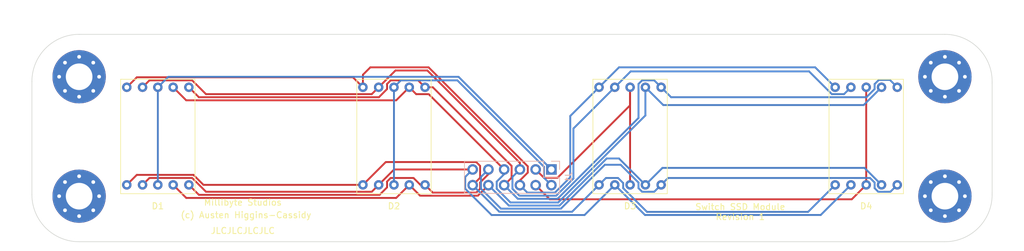
<source format=kicad_pcb>
(kicad_pcb (version 20171130) (host pcbnew "(5.1.8)-1")

  (general
    (thickness 1.6)
    (drawings 26)
    (tracks 179)
    (zones 0)
    (modules 9)
    (nets 13)
  )

  (page A4)
  (layers
    (0 F.Cu power)
    (31 B.Cu signal)
    (32 B.Adhes user)
    (33 F.Adhes user)
    (34 B.Paste user)
    (35 F.Paste user)
    (36 B.SilkS user)
    (37 F.SilkS user)
    (38 B.Mask user)
    (39 F.Mask user)
    (40 Dwgs.User user)
    (41 Cmts.User user)
    (42 Eco1.User user)
    (43 Eco2.User user)
    (44 Edge.Cuts user)
    (45 Margin user)
    (46 B.CrtYd user)
    (47 F.CrtYd user)
    (48 B.Fab user)
    (49 F.Fab user)
  )

  (setup
    (last_trace_width 0.25)
    (user_trace_width 0.3)
    (user_trace_width 1)
    (trace_clearance 0.2)
    (zone_clearance 0.508)
    (zone_45_only no)
    (trace_min 0.2)
    (via_size 0.8)
    (via_drill 0.4)
    (via_min_size 0.45)
    (via_min_drill 0.2)
    (user_via 0.5 0.3)
    (user_via 1 0.6)
    (uvia_size 0.3)
    (uvia_drill 0.1)
    (uvias_allowed no)
    (uvia_min_size 0.2)
    (uvia_min_drill 0.1)
    (edge_width 0.1)
    (segment_width 0.2)
    (pcb_text_width 0.3)
    (pcb_text_size 1.5 1.5)
    (mod_edge_width 0.15)
    (mod_text_size 1 1)
    (mod_text_width 0.15)
    (pad_size 1.524 1.524)
    (pad_drill 0.762)
    (pad_to_mask_clearance 0)
    (aux_axis_origin 0 0)
    (visible_elements 7FFFFFFF)
    (pcbplotparams
      (layerselection 0x010fc_ffffffff)
      (usegerberextensions false)
      (usegerberattributes true)
      (usegerberadvancedattributes true)
      (creategerberjobfile true)
      (excludeedgelayer true)
      (linewidth 0.100000)
      (plotframeref false)
      (viasonmask false)
      (mode 1)
      (useauxorigin false)
      (hpglpennumber 1)
      (hpglpenspeed 20)
      (hpglpendiameter 15.000000)
      (psnegative false)
      (psa4output false)
      (plotreference true)
      (plotvalue true)
      (plotinvisibletext false)
      (padsonsilk false)
      (subtractmaskfromsilk false)
      (outputformat 1)
      (mirror false)
      (drillshape 0)
      (scaleselection 1)
      (outputdirectory ""))
  )

  (net 0 "")
  (net 1 /SEG_G)
  (net 2 /SEG_F)
  (net 3 /DIG_0)
  (net 4 /SEG_A)
  (net 5 /SEG_B)
  (net 6 /SEG_DP)
  (net 7 /SEG_C)
  (net 8 /SEG_D)
  (net 9 /SEG_E)
  (net 10 /DIG_1)
  (net 11 /DIG_2)
  (net 12 /DIG_3)

  (net_class Default "This is the default net class."
    (clearance 0.2)
    (trace_width 0.25)
    (via_dia 0.8)
    (via_drill 0.4)
    (uvia_dia 0.3)
    (uvia_drill 0.1)
    (add_net /DIG_0)
    (add_net /DIG_1)
    (add_net /DIG_2)
    (add_net /DIG_3)
    (add_net /SEG_A)
    (add_net /SEG_B)
    (add_net /SEG_C)
    (add_net /SEG_D)
    (add_net /SEG_DP)
    (add_net /SEG_E)
    (add_net /SEG_F)
    (add_net /SEG_G)
  )

  (net_class Power ""
    (clearance 0.3)
    (trace_width 1)
    (via_dia 1)
    (via_drill 0.6)
    (uvia_dia 0.3)
    (uvia_drill 0.1)
  )

  (net_class Signal ""
    (clearance 0.2)
    (trace_width 0.3)
    (via_dia 0.5)
    (via_drill 0.3)
    (uvia_dia 0.3)
    (uvia_drill 0.1)
  )

  (module Disarmed:MountingHole_4.3mm_M4_Pad_Via (layer F.Cu) (tedit 5FFEF6A9) (tstamp 60079722)
    (at 162.56 46.228)
    (descr "Mounting Hole 4.3mm, M4")
    (tags "mounting hole 4.3mm m4")
    (attr virtual)
    (fp_text reference REF** (at 0 -5.3) (layer F.SilkS) hide
      (effects (font (size 1 1) (thickness 0.15)))
    )
    (fp_text value MountingHole_4.3mm_M4_Pad_Via (at 0 5.3) (layer F.Fab)
      (effects (font (size 1 1) (thickness 0.15)))
    )
    (fp_circle (center 0 0) (end 4.55 0) (layer F.CrtYd) (width 0.05))
    (fp_circle (center 0 0) (end 4.3 0) (layer Cmts.User) (width 0.15))
    (fp_text user %R (at 0.3 0) (layer F.Fab)
      (effects (font (size 1 1) (thickness 0.15)))
    )
    (pad "" np_thru_hole circle (at 0 0) (size 8.6 8.6) (drill 4.3) (layers *.Cu *.Mask))
    (pad "" np_thru_hole circle (at 3.225 0) (size 0.9 0.9) (drill 0.6) (layers *.Cu *.Mask))
    (pad "" np_thru_hole circle (at 2.280419 2.280419) (size 0.9 0.9) (drill 0.6) (layers *.Cu *.Mask))
    (pad "" np_thru_hole circle (at 0 3.225) (size 0.9 0.9) (drill 0.6) (layers *.Cu *.Mask))
    (pad "" np_thru_hole circle (at -2.280419 2.280419) (size 0.9 0.9) (drill 0.6) (layers *.Cu *.Mask))
    (pad "" np_thru_hole circle (at -3.225 0) (size 0.9 0.9) (drill 0.6) (layers *.Cu *.Mask))
    (pad "" np_thru_hole circle (at -2.280419 -2.280419) (size 0.9 0.9) (drill 0.6) (layers *.Cu *.Mask))
    (pad "" np_thru_hole circle (at 0 -3.225) (size 0.9 0.9) (drill 0.6) (layers *.Cu *.Mask))
    (pad "" np_thru_hole circle (at 2.280419 -2.280419) (size 0.9 0.9) (drill 0.6) (layers *.Cu *.Mask))
  )

  (module Disarmed:MountingHole_4.3mm_M4_Pad_Via (layer F.Cu) (tedit 5FFEF6A9) (tstamp 600796D6)
    (at 162.56 26.924)
    (descr "Mounting Hole 4.3mm, M4")
    (tags "mounting hole 4.3mm m4")
    (attr virtual)
    (fp_text reference REF** (at 0 -5.3) (layer F.SilkS) hide
      (effects (font (size 1 1) (thickness 0.15)))
    )
    (fp_text value MountingHole_4.3mm_M4_Pad_Via (at 0 5.3) (layer F.Fab)
      (effects (font (size 1 1) (thickness 0.15)))
    )
    (fp_circle (center 0 0) (end 4.55 0) (layer F.CrtYd) (width 0.05))
    (fp_circle (center 0 0) (end 4.3 0) (layer Cmts.User) (width 0.15))
    (fp_text user %R (at 0.3 0) (layer F.Fab)
      (effects (font (size 1 1) (thickness 0.15)))
    )
    (pad "" np_thru_hole circle (at 0 0) (size 8.6 8.6) (drill 4.3) (layers *.Cu *.Mask))
    (pad "" np_thru_hole circle (at 3.225 0) (size 0.9 0.9) (drill 0.6) (layers *.Cu *.Mask))
    (pad "" np_thru_hole circle (at 2.280419 2.280419) (size 0.9 0.9) (drill 0.6) (layers *.Cu *.Mask))
    (pad "" np_thru_hole circle (at 0 3.225) (size 0.9 0.9) (drill 0.6) (layers *.Cu *.Mask))
    (pad "" np_thru_hole circle (at -2.280419 2.280419) (size 0.9 0.9) (drill 0.6) (layers *.Cu *.Mask))
    (pad "" np_thru_hole circle (at -3.225 0) (size 0.9 0.9) (drill 0.6) (layers *.Cu *.Mask))
    (pad "" np_thru_hole circle (at -2.280419 -2.280419) (size 0.9 0.9) (drill 0.6) (layers *.Cu *.Mask))
    (pad "" np_thru_hole circle (at 0 -3.225) (size 0.9 0.9) (drill 0.6) (layers *.Cu *.Mask))
    (pad "" np_thru_hole circle (at 2.280419 -2.280419) (size 0.9 0.9) (drill 0.6) (layers *.Cu *.Mask))
  )

  (module Disarmed:MountingHole_4.3mm_M4_Pad_Via (layer F.Cu) (tedit 5FFEF6A9) (tstamp 6007968A)
    (at 22.86 46.228)
    (descr "Mounting Hole 4.3mm, M4")
    (tags "mounting hole 4.3mm m4")
    (attr virtual)
    (fp_text reference REF** (at 0 -5.3) (layer F.SilkS) hide
      (effects (font (size 1 1) (thickness 0.15)))
    )
    (fp_text value MountingHole_4.3mm_M4_Pad_Via (at 0 5.3) (layer F.Fab)
      (effects (font (size 1 1) (thickness 0.15)))
    )
    (fp_circle (center 0 0) (end 4.55 0) (layer F.CrtYd) (width 0.05))
    (fp_circle (center 0 0) (end 4.3 0) (layer Cmts.User) (width 0.15))
    (fp_text user %R (at 0.3 0) (layer F.Fab)
      (effects (font (size 1 1) (thickness 0.15)))
    )
    (pad "" np_thru_hole circle (at 0 0) (size 8.6 8.6) (drill 4.3) (layers *.Cu *.Mask))
    (pad "" np_thru_hole circle (at 3.225 0) (size 0.9 0.9) (drill 0.6) (layers *.Cu *.Mask))
    (pad "" np_thru_hole circle (at 2.280419 2.280419) (size 0.9 0.9) (drill 0.6) (layers *.Cu *.Mask))
    (pad "" np_thru_hole circle (at 0 3.225) (size 0.9 0.9) (drill 0.6) (layers *.Cu *.Mask))
    (pad "" np_thru_hole circle (at -2.280419 2.280419) (size 0.9 0.9) (drill 0.6) (layers *.Cu *.Mask))
    (pad "" np_thru_hole circle (at -3.225 0) (size 0.9 0.9) (drill 0.6) (layers *.Cu *.Mask))
    (pad "" np_thru_hole circle (at -2.280419 -2.280419) (size 0.9 0.9) (drill 0.6) (layers *.Cu *.Mask))
    (pad "" np_thru_hole circle (at 0 -3.225) (size 0.9 0.9) (drill 0.6) (layers *.Cu *.Mask))
    (pad "" np_thru_hole circle (at 2.280419 -2.280419) (size 0.9 0.9) (drill 0.6) (layers *.Cu *.Mask))
  )

  (module Disarmed:MountingHole_4.3mm_M4_Pad_Via (layer F.Cu) (tedit 5FFEF6A9) (tstamp 6007963E)
    (at 22.86 26.924)
    (descr "Mounting Hole 4.3mm, M4")
    (tags "mounting hole 4.3mm m4")
    (attr virtual)
    (fp_text reference REF** (at 0 -5.3) (layer F.SilkS) hide
      (effects (font (size 1 1) (thickness 0.15)))
    )
    (fp_text value MountingHole_4.3mm_M4_Pad_Via (at 0 5.3) (layer F.Fab)
      (effects (font (size 1 1) (thickness 0.15)))
    )
    (fp_circle (center 0 0) (end 4.55 0) (layer F.CrtYd) (width 0.05))
    (fp_circle (center 0 0) (end 4.3 0) (layer Cmts.User) (width 0.15))
    (fp_text user %R (at 0.3 0) (layer F.Fab)
      (effects (font (size 1 1) (thickness 0.15)))
    )
    (pad "" np_thru_hole circle (at 0 0) (size 8.6 8.6) (drill 4.3) (layers *.Cu *.Mask))
    (pad "" np_thru_hole circle (at 3.225 0) (size 0.9 0.9) (drill 0.6) (layers *.Cu *.Mask))
    (pad "" np_thru_hole circle (at 2.280419 2.280419) (size 0.9 0.9) (drill 0.6) (layers *.Cu *.Mask))
    (pad "" np_thru_hole circle (at 0 3.225) (size 0.9 0.9) (drill 0.6) (layers *.Cu *.Mask))
    (pad "" np_thru_hole circle (at -2.280419 2.280419) (size 0.9 0.9) (drill 0.6) (layers *.Cu *.Mask))
    (pad "" np_thru_hole circle (at -3.225 0) (size 0.9 0.9) (drill 0.6) (layers *.Cu *.Mask))
    (pad "" np_thru_hole circle (at -2.280419 -2.280419) (size 0.9 0.9) (drill 0.6) (layers *.Cu *.Mask))
    (pad "" np_thru_hole circle (at 0 -3.225) (size 0.9 0.9) (drill 0.6) (layers *.Cu *.Mask))
    (pad "" np_thru_hole circle (at 2.280419 -2.280419) (size 0.9 0.9) (drill 0.6) (layers *.Cu *.Mask))
  )

  (module Disarmed:HDSP-5500 (layer F.Cu) (tedit 600639F5) (tstamp 60073334)
    (at 35.56 36.83)
    (path /60748DDB)
    (fp_text reference D1 (at 0 11) (layer F.SilkS)
      (effects (font (size 1 1) (thickness 0.15)))
    )
    (fp_text value HDSP-5500 (at 0 -1) (layer F.Fab)
      (effects (font (size 1 1) (thickness 0.15)))
    )
    (fp_line (start -6 9) (end -6 -9.5) (layer F.SilkS) (width 0.12))
    (fp_line (start 6 9) (end -6 9) (layer F.SilkS) (width 0.12))
    (fp_line (start 6 -9.5) (end 6 9) (layer F.SilkS) (width 0.12))
    (fp_line (start -6 -9.5) (end 6 -9.5) (layer F.SilkS) (width 0.12))
    (fp_line (start 6.5 9.5) (end 6.5 9) (layer F.CrtYd) (width 0.12))
    (fp_line (start -6.5 9.5) (end 6.5 9.5) (layer F.CrtYd) (width 0.12))
    (fp_line (start -6.5 9) (end -6.5 9.5) (layer F.CrtYd) (width 0.12))
    (fp_line (start 6.5 -9) (end 6.5 -10) (layer F.CrtYd) (width 0.12))
    (fp_line (start -6.5 -9) (end -6.5 -10) (layer F.CrtYd) (width 0.12))
    (fp_line (start 6.5 -10) (end -6.5 -10) (layer F.CrtYd) (width 0.12))
    (fp_line (start 6.5 9) (end 6.5 -9) (layer F.CrtYd) (width 0.12))
    (fp_line (start -6.5 -9) (end -6.5 9) (layer F.CrtYd) (width 0.12))
    (pad 10 thru_hole circle (at -5.01 -8.21) (size 1.524 1.524) (drill 0.762) (layers *.Cu *.Mask)
      (net 1 /SEG_G))
    (pad 9 thru_hole circle (at -2.47 -8.21) (size 1.524 1.524) (drill 0.762) (layers *.Cu *.Mask)
      (net 2 /SEG_F))
    (pad 8 thru_hole circle (at 0 -8.21) (size 1.524 1.524) (drill 0.762) (layers *.Cu *.Mask)
      (net 3 /DIG_0))
    (pad 7 thru_hole circle (at 2.47 -8.21) (size 1.524 1.524) (drill 0.762) (layers *.Cu *.Mask)
      (net 4 /SEG_A))
    (pad 6 thru_hole circle (at 5.01 -8.21) (size 1.524 1.524) (drill 0.762) (layers *.Cu *.Mask)
      (net 5 /SEG_B))
    (pad 5 thru_hole circle (at 5.01 7.57) (size 1.524 1.524) (drill 0.762) (layers *.Cu *.Mask)
      (net 6 /SEG_DP))
    (pad 4 thru_hole circle (at 2.47 7.57) (size 1.524 1.524) (drill 0.762) (layers *.Cu *.Mask)
      (net 7 /SEG_C))
    (pad 3 thru_hole circle (at 0 7.57) (size 1.524 1.524) (drill 0.762) (layers *.Cu *.Mask)
      (net 3 /DIG_0))
    (pad 2 thru_hole circle (at -2.47 7.57) (size 1.524 1.524) (drill 0.762) (layers *.Cu *.Mask)
      (net 8 /SEG_D))
    (pad 1 thru_hole circle (at -5.01 7.57) (size 1.524 1.524) (drill 0.762) (layers *.Cu *.Mask)
      (net 9 /SEG_E))
  )

  (module Disarmed:HDSP-5500 (layer F.Cu) (tedit 600639F5) (tstamp 6007334E)
    (at 73.66 36.83)
    (path /60748DD5)
    (fp_text reference D2 (at 0 11) (layer F.SilkS)
      (effects (font (size 1 1) (thickness 0.15)))
    )
    (fp_text value HDSP-5500 (at 0 -1) (layer F.Fab)
      (effects (font (size 1 1) (thickness 0.15)))
    )
    (fp_line (start -6.5 -9) (end -6.5 9) (layer F.CrtYd) (width 0.12))
    (fp_line (start 6.5 9) (end 6.5 -9) (layer F.CrtYd) (width 0.12))
    (fp_line (start 6.5 -10) (end -6.5 -10) (layer F.CrtYd) (width 0.12))
    (fp_line (start -6.5 -9) (end -6.5 -10) (layer F.CrtYd) (width 0.12))
    (fp_line (start 6.5 -9) (end 6.5 -10) (layer F.CrtYd) (width 0.12))
    (fp_line (start -6.5 9) (end -6.5 9.5) (layer F.CrtYd) (width 0.12))
    (fp_line (start -6.5 9.5) (end 6.5 9.5) (layer F.CrtYd) (width 0.12))
    (fp_line (start 6.5 9.5) (end 6.5 9) (layer F.CrtYd) (width 0.12))
    (fp_line (start -6 -9.5) (end 6 -9.5) (layer F.SilkS) (width 0.12))
    (fp_line (start 6 -9.5) (end 6 9) (layer F.SilkS) (width 0.12))
    (fp_line (start 6 9) (end -6 9) (layer F.SilkS) (width 0.12))
    (fp_line (start -6 9) (end -6 -9.5) (layer F.SilkS) (width 0.12))
    (pad 1 thru_hole circle (at -5.01 7.57) (size 1.524 1.524) (drill 0.762) (layers *.Cu *.Mask)
      (net 9 /SEG_E))
    (pad 2 thru_hole circle (at -2.47 7.57) (size 1.524 1.524) (drill 0.762) (layers *.Cu *.Mask)
      (net 8 /SEG_D))
    (pad 3 thru_hole circle (at 0 7.57) (size 1.524 1.524) (drill 0.762) (layers *.Cu *.Mask)
      (net 10 /DIG_1))
    (pad 4 thru_hole circle (at 2.47 7.57) (size 1.524 1.524) (drill 0.762) (layers *.Cu *.Mask)
      (net 7 /SEG_C))
    (pad 5 thru_hole circle (at 5.01 7.57) (size 1.524 1.524) (drill 0.762) (layers *.Cu *.Mask)
      (net 6 /SEG_DP))
    (pad 6 thru_hole circle (at 5.01 -8.21) (size 1.524 1.524) (drill 0.762) (layers *.Cu *.Mask)
      (net 5 /SEG_B))
    (pad 7 thru_hole circle (at 2.47 -8.21) (size 1.524 1.524) (drill 0.762) (layers *.Cu *.Mask)
      (net 4 /SEG_A))
    (pad 8 thru_hole circle (at 0 -8.21) (size 1.524 1.524) (drill 0.762) (layers *.Cu *.Mask)
      (net 10 /DIG_1))
    (pad 9 thru_hole circle (at -2.47 -8.21) (size 1.524 1.524) (drill 0.762) (layers *.Cu *.Mask)
      (net 2 /SEG_F))
    (pad 10 thru_hole circle (at -5.01 -8.21) (size 1.524 1.524) (drill 0.762) (layers *.Cu *.Mask)
      (net 1 /SEG_G))
  )

  (module Disarmed:HDSP-5500 (layer F.Cu) (tedit 600639F5) (tstamp 60073368)
    (at 111.76 36.83)
    (path /60748DE1)
    (fp_text reference D3 (at 0 11) (layer F.SilkS)
      (effects (font (size 1 1) (thickness 0.15)))
    )
    (fp_text value HDSP-5500 (at 0 -1) (layer F.Fab)
      (effects (font (size 1 1) (thickness 0.15)))
    )
    (fp_line (start -6.5 -9) (end -6.5 9) (layer F.CrtYd) (width 0.12))
    (fp_line (start 6.5 9) (end 6.5 -9) (layer F.CrtYd) (width 0.12))
    (fp_line (start 6.5 -10) (end -6.5 -10) (layer F.CrtYd) (width 0.12))
    (fp_line (start -6.5 -9) (end -6.5 -10) (layer F.CrtYd) (width 0.12))
    (fp_line (start 6.5 -9) (end 6.5 -10) (layer F.CrtYd) (width 0.12))
    (fp_line (start -6.5 9) (end -6.5 9.5) (layer F.CrtYd) (width 0.12))
    (fp_line (start -6.5 9.5) (end 6.5 9.5) (layer F.CrtYd) (width 0.12))
    (fp_line (start 6.5 9.5) (end 6.5 9) (layer F.CrtYd) (width 0.12))
    (fp_line (start -6 -9.5) (end 6 -9.5) (layer F.SilkS) (width 0.12))
    (fp_line (start 6 -9.5) (end 6 9) (layer F.SilkS) (width 0.12))
    (fp_line (start 6 9) (end -6 9) (layer F.SilkS) (width 0.12))
    (fp_line (start -6 9) (end -6 -9.5) (layer F.SilkS) (width 0.12))
    (pad 1 thru_hole circle (at -5.01 7.57) (size 1.524 1.524) (drill 0.762) (layers *.Cu *.Mask)
      (net 9 /SEG_E))
    (pad 2 thru_hole circle (at -2.47 7.57) (size 1.524 1.524) (drill 0.762) (layers *.Cu *.Mask)
      (net 8 /SEG_D))
    (pad 3 thru_hole circle (at 0 7.57) (size 1.524 1.524) (drill 0.762) (layers *.Cu *.Mask)
      (net 11 /DIG_2))
    (pad 4 thru_hole circle (at 2.47 7.57) (size 1.524 1.524) (drill 0.762) (layers *.Cu *.Mask)
      (net 7 /SEG_C))
    (pad 5 thru_hole circle (at 5.01 7.57) (size 1.524 1.524) (drill 0.762) (layers *.Cu *.Mask)
      (net 6 /SEG_DP))
    (pad 6 thru_hole circle (at 5.01 -8.21) (size 1.524 1.524) (drill 0.762) (layers *.Cu *.Mask)
      (net 5 /SEG_B))
    (pad 7 thru_hole circle (at 2.47 -8.21) (size 1.524 1.524) (drill 0.762) (layers *.Cu *.Mask)
      (net 4 /SEG_A))
    (pad 8 thru_hole circle (at 0 -8.21) (size 1.524 1.524) (drill 0.762) (layers *.Cu *.Mask)
      (net 11 /DIG_2))
    (pad 9 thru_hole circle (at -2.47 -8.21) (size 1.524 1.524) (drill 0.762) (layers *.Cu *.Mask)
      (net 2 /SEG_F))
    (pad 10 thru_hole circle (at -5.01 -8.21) (size 1.524 1.524) (drill 0.762) (layers *.Cu *.Mask)
      (net 1 /SEG_G))
  )

  (module Disarmed:HDSP-5500 (layer F.Cu) (tedit 600639F5) (tstamp 60073382)
    (at 149.86 36.83)
    (path /60748DE7)
    (fp_text reference D4 (at 0 11) (layer F.SilkS)
      (effects (font (size 1 1) (thickness 0.15)))
    )
    (fp_text value HDSP-5500 (at 0 -1) (layer F.Fab)
      (effects (font (size 1 1) (thickness 0.15)))
    )
    (fp_line (start -6 9) (end -6 -9.5) (layer F.SilkS) (width 0.12))
    (fp_line (start 6 9) (end -6 9) (layer F.SilkS) (width 0.12))
    (fp_line (start 6 -9.5) (end 6 9) (layer F.SilkS) (width 0.12))
    (fp_line (start -6 -9.5) (end 6 -9.5) (layer F.SilkS) (width 0.12))
    (fp_line (start 6.5 9.5) (end 6.5 9) (layer F.CrtYd) (width 0.12))
    (fp_line (start -6.5 9.5) (end 6.5 9.5) (layer F.CrtYd) (width 0.12))
    (fp_line (start -6.5 9) (end -6.5 9.5) (layer F.CrtYd) (width 0.12))
    (fp_line (start 6.5 -9) (end 6.5 -10) (layer F.CrtYd) (width 0.12))
    (fp_line (start -6.5 -9) (end -6.5 -10) (layer F.CrtYd) (width 0.12))
    (fp_line (start 6.5 -10) (end -6.5 -10) (layer F.CrtYd) (width 0.12))
    (fp_line (start 6.5 9) (end 6.5 -9) (layer F.CrtYd) (width 0.12))
    (fp_line (start -6.5 -9) (end -6.5 9) (layer F.CrtYd) (width 0.12))
    (pad 10 thru_hole circle (at -5.01 -8.21) (size 1.524 1.524) (drill 0.762) (layers *.Cu *.Mask)
      (net 1 /SEG_G))
    (pad 9 thru_hole circle (at -2.47 -8.21) (size 1.524 1.524) (drill 0.762) (layers *.Cu *.Mask)
      (net 2 /SEG_F))
    (pad 8 thru_hole circle (at 0 -8.21) (size 1.524 1.524) (drill 0.762) (layers *.Cu *.Mask)
      (net 12 /DIG_3))
    (pad 7 thru_hole circle (at 2.47 -8.21) (size 1.524 1.524) (drill 0.762) (layers *.Cu *.Mask)
      (net 4 /SEG_A))
    (pad 6 thru_hole circle (at 5.01 -8.21) (size 1.524 1.524) (drill 0.762) (layers *.Cu *.Mask)
      (net 5 /SEG_B))
    (pad 5 thru_hole circle (at 5.01 7.57) (size 1.524 1.524) (drill 0.762) (layers *.Cu *.Mask)
      (net 6 /SEG_DP))
    (pad 4 thru_hole circle (at 2.47 7.57) (size 1.524 1.524) (drill 0.762) (layers *.Cu *.Mask)
      (net 7 /SEG_C))
    (pad 3 thru_hole circle (at 0 7.57) (size 1.524 1.524) (drill 0.762) (layers *.Cu *.Mask)
      (net 12 /DIG_3))
    (pad 2 thru_hole circle (at -2.47 7.57) (size 1.524 1.524) (drill 0.762) (layers *.Cu *.Mask)
      (net 8 /SEG_D))
    (pad 1 thru_hole circle (at -5.01 7.57) (size 1.524 1.524) (drill 0.762) (layers *.Cu *.Mask)
      (net 9 /SEG_E))
  )

  (module Connector_PinSocket_2.54mm:PinSocket_2x06_P2.54mm_Vertical (layer B.Cu) (tedit 5A19A42B) (tstamp 600733A4)
    (at 99.06 41.91 90)
    (descr "Through hole straight socket strip, 2x06, 2.54mm pitch, double cols (from Kicad 4.0.7), script generated")
    (tags "Through hole socket strip THT 2x06 2.54mm double row")
    (path /607636A3)
    (fp_text reference J1 (at -1.27 2.77 90) (layer B.SilkS)
      (effects (font (size 1 1) (thickness 0.15)) (justify mirror))
    )
    (fp_text value Conn_02x06_Counter_Clockwise (at -1.27 -15.47 90) (layer B.Fab)
      (effects (font (size 1 1) (thickness 0.15)) (justify mirror))
    )
    (fp_line (start -3.81 1.27) (end 0.27 1.27) (layer B.Fab) (width 0.1))
    (fp_line (start 0.27 1.27) (end 1.27 0.27) (layer B.Fab) (width 0.1))
    (fp_line (start 1.27 0.27) (end 1.27 -13.97) (layer B.Fab) (width 0.1))
    (fp_line (start 1.27 -13.97) (end -3.81 -13.97) (layer B.Fab) (width 0.1))
    (fp_line (start -3.81 -13.97) (end -3.81 1.27) (layer B.Fab) (width 0.1))
    (fp_line (start -3.87 1.33) (end -1.27 1.33) (layer B.SilkS) (width 0.12))
    (fp_line (start -3.87 1.33) (end -3.87 -14.03) (layer B.SilkS) (width 0.12))
    (fp_line (start -3.87 -14.03) (end 1.33 -14.03) (layer B.SilkS) (width 0.12))
    (fp_line (start 1.33 -1.27) (end 1.33 -14.03) (layer B.SilkS) (width 0.12))
    (fp_line (start -1.27 -1.27) (end 1.33 -1.27) (layer B.SilkS) (width 0.12))
    (fp_line (start -1.27 1.33) (end -1.27 -1.27) (layer B.SilkS) (width 0.12))
    (fp_line (start 1.33 1.33) (end 1.33 0) (layer B.SilkS) (width 0.12))
    (fp_line (start 0 1.33) (end 1.33 1.33) (layer B.SilkS) (width 0.12))
    (fp_line (start -4.34 1.8) (end 1.76 1.8) (layer B.CrtYd) (width 0.05))
    (fp_line (start 1.76 1.8) (end 1.76 -14.45) (layer B.CrtYd) (width 0.05))
    (fp_line (start 1.76 -14.45) (end -4.34 -14.45) (layer B.CrtYd) (width 0.05))
    (fp_line (start -4.34 -14.45) (end -4.34 1.8) (layer B.CrtYd) (width 0.05))
    (fp_text user %R (at -1.27 -6.35 180) (layer B.Fab)
      (effects (font (size 1 1) (thickness 0.15)) (justify mirror))
    )
    (pad 1 thru_hole rect (at 0 0 90) (size 1.7 1.7) (drill 1) (layers *.Cu *.Mask)
      (net 3 /DIG_0))
    (pad 2 thru_hole oval (at -2.54 0 90) (size 1.7 1.7) (drill 1) (layers *.Cu *.Mask)
      (net 10 /DIG_1))
    (pad 3 thru_hole oval (at 0 -2.54 90) (size 1.7 1.7) (drill 1) (layers *.Cu *.Mask)
      (net 11 /DIG_2))
    (pad 4 thru_hole oval (at -2.54 -2.54 90) (size 1.7 1.7) (drill 1) (layers *.Cu *.Mask)
      (net 12 /DIG_3))
    (pad 5 thru_hole oval (at 0 -5.08 90) (size 1.7 1.7) (drill 1) (layers *.Cu *.Mask)
      (net 2 /SEG_F))
    (pad 6 thru_hole oval (at -2.54 -5.08 90) (size 1.7 1.7) (drill 1) (layers *.Cu *.Mask)
      (net 1 /SEG_G))
    (pad 7 thru_hole oval (at 0 -7.62 90) (size 1.7 1.7) (drill 1) (layers *.Cu *.Mask)
      (net 4 /SEG_A))
    (pad 8 thru_hole oval (at -2.54 -7.62 90) (size 1.7 1.7) (drill 1) (layers *.Cu *.Mask)
      (net 5 /SEG_B))
    (pad 9 thru_hole oval (at 0 -10.16 90) (size 1.7 1.7) (drill 1) (layers *.Cu *.Mask)
      (net 6 /SEG_DP))
    (pad 10 thru_hole oval (at -2.54 -10.16 90) (size 1.7 1.7) (drill 1) (layers *.Cu *.Mask)
      (net 7 /SEG_C))
    (pad 11 thru_hole oval (at 0 -12.7 90) (size 1.7 1.7) (drill 1) (layers *.Cu *.Mask)
      (net 8 /SEG_D))
    (pad 12 thru_hole oval (at -2.54 -12.7 90) (size 1.7 1.7) (drill 1) (layers *.Cu *.Mask)
      (net 9 /SEG_E))
    (model ${KISYS3DMOD}/Connector_PinSocket_2.54mm.3dshapes/PinSocket_2x06_P2.54mm_Vertical.wrl
      (at (xyz 0 0 0))
      (scale (xyz 1 1 1))
      (rotate (xyz 0 0 0))
    )
  )

  (gr_line (start 15.24 45.974) (end 15.24 27.686) (layer Edge.Cuts) (width 0.1) (tstamp 600909D4))
  (gr_line (start 170.18 45.72) (end 170.18 45.974) (layer Edge.Cuts) (width 0.1) (tstamp 600909C9))
  (gr_line (start 170.18 27.94) (end 170.18 27.686) (layer Edge.Cuts) (width 0.1) (tstamp 600909C0))
  (gr_text "Switch SSD Module\nRevision 1" (at 129.54 48.768) (layer F.SilkS)
    (effects (font (size 1 1) (thickness 0.15)))
  )
  (gr_text "Millibyte Studios\n" (at 49.276 47.244) (layer F.SilkS)
    (effects (font (size 1 1) (thickness 0.15)))
  )
  (gr_text "(c) Austen Higgins-Cassidy\n" (at 49.784 49.276) (layer F.SilkS)
    (effects (font (size 1 1) (thickness 0.15)))
  )
  (gr_text JLCJLCJLCJLC (at 49.276 51.816) (layer F.SilkS)
    (effects (font (size 1 1) (thickness 0.15)))
  )
  (gr_line (start 170.18 27.94) (end 170.18 45.72) (layer Edge.Cuts) (width 0.1))
  (gr_line (start 162.56 53.594) (end 22.86 53.594) (layer Edge.Cuts) (width 0.1) (tstamp 6007975A))
  (gr_line (start 22.86 20.066) (end 162.56 20.066) (layer Edge.Cuts) (width 0.1) (tstamp 60079758))
  (gr_arc (start 22.86 27.686) (end 22.86 20.066) (angle -90) (layer Edge.Cuts) (width 0.1))
  (gr_arc (start 22.86 45.974) (end 15.24 45.974) (angle -90) (layer Edge.Cuts) (width 0.1))
  (gr_arc (start 162.56 45.974) (end 162.56 53.594) (angle -90) (layer Edge.Cuts) (width 0.1))
  (gr_arc (start 162.56 27.686) (end 170.18 27.686) (angle -90) (layer Edge.Cuts) (width 0.1))
  (dimension 6.35 (width 0.15) (layer Dwgs.User)
    (gr_text "6.350 mm" (at 159.385 15.21) (layer Dwgs.User)
      (effects (font (size 1 1) (thickness 0.15)))
    )
    (feature1 (pts (xy 156.21 22.86) (xy 156.21 15.923579)))
    (feature2 (pts (xy 162.56 22.86) (xy 162.56 15.923579)))
    (crossbar (pts (xy 162.56 16.51) (xy 156.21 16.51)))
    (arrow1a (pts (xy 156.21 16.51) (xy 157.336504 15.923579)))
    (arrow1b (pts (xy 156.21 16.51) (xy 157.336504 17.096421)))
    (arrow2a (pts (xy 162.56 16.51) (xy 161.433496 15.923579)))
    (arrow2b (pts (xy 162.56 16.51) (xy 161.433496 17.096421)))
  )
  (dimension 6.35 (width 0.15) (layer Dwgs.User)
    (gr_text "6.350 mm" (at 171.48 24.765 270) (layer Dwgs.User)
      (effects (font (size 1 1) (thickness 0.15)))
    )
    (feature1 (pts (xy 162.56 27.94) (xy 170.766421 27.94)))
    (feature2 (pts (xy 162.56 21.59) (xy 170.766421 21.59)))
    (crossbar (pts (xy 170.18 21.59) (xy 170.18 27.94)))
    (arrow1a (pts (xy 170.18 27.94) (xy 169.593579 26.813496)))
    (arrow1b (pts (xy 170.18 27.94) (xy 170.766421 26.813496)))
    (arrow2a (pts (xy 170.18 21.59) (xy 169.593579 22.716504)))
    (arrow2b (pts (xy 170.18 21.59) (xy 170.766421 22.716504)))
  )
  (dimension 6.35 (width 0.15) (layer Dwgs.User)
    (gr_text "6.350 mm" (at 159.385 54.894) (layer Dwgs.User)
      (effects (font (size 1 1) (thickness 0.15)))
    )
    (feature1 (pts (xy 156.21 45.974) (xy 156.21 54.180421)))
    (feature2 (pts (xy 162.56 45.974) (xy 162.56 54.180421)))
    (crossbar (pts (xy 162.56 53.594) (xy 156.21 53.594)))
    (arrow1a (pts (xy 156.21 53.594) (xy 157.336504 53.007579)))
    (arrow1b (pts (xy 156.21 53.594) (xy 157.336504 54.180421)))
    (arrow2a (pts (xy 162.56 53.594) (xy 161.433496 53.007579)))
    (arrow2b (pts (xy 162.56 53.594) (xy 161.433496 54.180421)))
  )
  (dimension 6.35 (width 0.15) (layer Dwgs.User)
    (gr_text "6.350 mm" (at 171.48 48.895 90) (layer Dwgs.User)
      (effects (font (size 1 1) (thickness 0.15)))
    )
    (feature1 (pts (xy 162.56 45.72) (xy 170.766421 45.72)))
    (feature2 (pts (xy 162.56 52.07) (xy 170.766421 52.07)))
    (crossbar (pts (xy 170.18 52.07) (xy 170.18 45.72)))
    (arrow1a (pts (xy 170.18 45.72) (xy 170.766421 46.846504)))
    (arrow1b (pts (xy 170.18 45.72) (xy 169.593579 46.846504)))
    (arrow2a (pts (xy 170.18 52.07) (xy 170.766421 50.943496)))
    (arrow2b (pts (xy 170.18 52.07) (xy 169.593579 50.943496)))
  )
  (dimension 127 (width 0.15) (layer Dwgs.User)
    (gr_text "127.000 mm" (at 92.71 17.75) (layer Dwgs.User)
      (effects (font (size 1 1) (thickness 0.15)))
    )
    (feature1 (pts (xy 156.21 22.86) (xy 156.21 18.463579)))
    (feature2 (pts (xy 29.21 22.86) (xy 29.21 18.463579)))
    (crossbar (pts (xy 29.21 19.05) (xy 156.21 19.05)))
    (arrow1a (pts (xy 156.21 19.05) (xy 155.083496 19.636421)))
    (arrow1b (pts (xy 156.21 19.05) (xy 155.083496 18.463579)))
    (arrow2a (pts (xy 29.21 19.05) (xy 30.336504 19.636421)))
    (arrow2b (pts (xy 29.21 19.05) (xy 30.336504 18.463579)))
  )
  (dimension 6.35 (width 0.15) (layer Dwgs.User)
    (gr_text "6.350 mm" (at 16.48 24.765 270) (layer Dwgs.User)
      (effects (font (size 1 1) (thickness 0.15)))
    )
    (feature1 (pts (xy 22.86 27.94) (xy 17.193579 27.94)))
    (feature2 (pts (xy 22.86 21.59) (xy 17.193579 21.59)))
    (crossbar (pts (xy 17.78 21.59) (xy 17.78 27.94)))
    (arrow1a (pts (xy 17.78 27.94) (xy 17.193579 26.813496)))
    (arrow1b (pts (xy 17.78 27.94) (xy 18.366421 26.813496)))
    (arrow2a (pts (xy 17.78 21.59) (xy 17.193579 22.716504)))
    (arrow2b (pts (xy 17.78 21.59) (xy 18.366421 22.716504)))
  )
  (dimension 6.35 (width 0.15) (layer Dwgs.User)
    (gr_text "6.350 mm" (at 16.48 48.895 90) (layer Dwgs.User)
      (effects (font (size 1 1) (thickness 0.15)))
    )
    (feature1 (pts (xy 22.86 45.72) (xy 17.193579 45.72)))
    (feature2 (pts (xy 22.86 52.07) (xy 17.193579 52.07)))
    (crossbar (pts (xy 17.78 52.07) (xy 17.78 45.72)))
    (arrow1a (pts (xy 17.78 45.72) (xy 18.366421 46.846504)))
    (arrow1b (pts (xy 17.78 45.72) (xy 17.193579 46.846504)))
    (arrow2a (pts (xy 17.78 52.07) (xy 18.366421 50.943496)))
    (arrow2b (pts (xy 17.78 52.07) (xy 17.193579 50.943496)))
  )
  (dimension 6.35 (width 0.15) (layer Dwgs.User)
    (gr_text "6.350 mm" (at 26.035 54.894) (layer Dwgs.User)
      (effects (font (size 1 1) (thickness 0.15)))
    )
    (feature1 (pts (xy 29.21 45.974) (xy 29.21 54.180421)))
    (feature2 (pts (xy 22.86 45.974) (xy 22.86 54.180421)))
    (crossbar (pts (xy 22.86 53.594) (xy 29.21 53.594)))
    (arrow1a (pts (xy 29.21 53.594) (xy 28.083496 54.180421)))
    (arrow1b (pts (xy 29.21 53.594) (xy 28.083496 53.007579)))
    (arrow2a (pts (xy 22.86 53.594) (xy 23.986504 54.180421)))
    (arrow2b (pts (xy 22.86 53.594) (xy 23.986504 53.007579)))
  )
  (dimension 6.35 (width 0.15) (layer Dwgs.User)
    (gr_text "6.350 mm" (at 26.035 21.306) (layer Dwgs.User)
      (effects (font (size 1 1) (thickness 0.15)))
    )
    (feature1 (pts (xy 29.21 27.686) (xy 29.21 22.019579)))
    (feature2 (pts (xy 22.86 27.686) (xy 22.86 22.019579)))
    (crossbar (pts (xy 22.86 22.606) (xy 29.21 22.606)))
    (arrow1a (pts (xy 29.21 22.606) (xy 28.083496 23.192421)))
    (arrow1b (pts (xy 29.21 22.606) (xy 28.083496 22.019579)))
    (arrow2a (pts (xy 22.86 22.606) (xy 23.986504 23.192421)))
    (arrow2b (pts (xy 22.86 22.606) (xy 23.986504 22.019579)))
  )
  (dimension 25.4 (width 0.15) (layer Dwgs.User)
    (gr_text "25.400 mm" (at 130.81 22.83) (layer Dwgs.User)
      (effects (font (size 1 1) (thickness 0.15)))
    )
    (feature1 (pts (xy 143.51 29.21) (xy 143.51 23.543579)))
    (feature2 (pts (xy 118.11 29.21) (xy 118.11 23.543579)))
    (crossbar (pts (xy 118.11 24.13) (xy 143.51 24.13)))
    (arrow1a (pts (xy 143.51 24.13) (xy 142.383496 24.716421)))
    (arrow1b (pts (xy 143.51 24.13) (xy 142.383496 23.543579)))
    (arrow2a (pts (xy 118.11 24.13) (xy 119.236504 24.716421)))
    (arrow2b (pts (xy 118.11 24.13) (xy 119.236504 23.543579)))
  )
  (dimension 25.4 (width 0.15) (layer Dwgs.User)
    (gr_text "25.400 mm" (at 92.71 22.83) (layer Dwgs.User)
      (effects (font (size 1 1) (thickness 0.15)))
    )
    (feature1 (pts (xy 105.41 29.21) (xy 105.41 23.543579)))
    (feature2 (pts (xy 80.01 29.21) (xy 80.01 23.543579)))
    (crossbar (pts (xy 80.01 24.13) (xy 105.41 24.13)))
    (arrow1a (pts (xy 105.41 24.13) (xy 104.283496 24.716421)))
    (arrow1b (pts (xy 105.41 24.13) (xy 104.283496 23.543579)))
    (arrow2a (pts (xy 80.01 24.13) (xy 81.136504 24.716421)))
    (arrow2b (pts (xy 80.01 24.13) (xy 81.136504 23.543579)))
  )
  (dimension 25.4 (width 0.15) (layer Dwgs.User)
    (gr_text "25.400 mm" (at 54.61 22.83) (layer Dwgs.User)
      (effects (font (size 1 1) (thickness 0.15)))
    )
    (feature1 (pts (xy 67.31 30.48) (xy 67.31 23.543579)))
    (feature2 (pts (xy 41.91 30.48) (xy 41.91 23.543579)))
    (crossbar (pts (xy 41.91 24.13) (xy 67.31 24.13)))
    (arrow1a (pts (xy 67.31 24.13) (xy 66.183496 24.716421)))
    (arrow1b (pts (xy 67.31 24.13) (xy 66.183496 23.543579)))
    (arrow2a (pts (xy 41.91 24.13) (xy 43.036504 24.716421)))
    (arrow2b (pts (xy 41.91 24.13) (xy 43.036504 23.543579)))
  )

  (segment (start 68.65 28.62) (end 68.65 26.6) (width 0.3) (layer F.Cu) (net 1))
  (segment (start 68.65 26.6) (end 69.85 25.4) (width 0.3) (layer F.Cu) (net 1))
  (segment (start 79.246002 25.4) (end 95.25 41.403998) (width 0.3) (layer F.Cu) (net 1))
  (segment (start 69.85 25.4) (end 79.246002 25.4) (width 0.3) (layer F.Cu) (net 1))
  (segment (start 93.98 43.686002) (end 93.98 44.45) (width 0.3) (layer F.Cu) (net 1))
  (segment (start 95.25 42.416002) (end 93.98 43.686002) (width 0.3) (layer F.Cu) (net 1))
  (segment (start 95.25 41.403998) (end 95.25 42.416002) (width 0.3) (layer F.Cu) (net 1))
  (segment (start 67.037989 27.007989) (end 68.65 28.62) (width 0.3) (layer F.Cu) (net 1))
  (segment (start 32.162011 27.007989) (end 67.037989 27.007989) (width 0.3) (layer F.Cu) (net 1))
  (segment (start 30.55 28.62) (end 32.162011 27.007989) (width 0.3) (layer F.Cu) (net 1))
  (segment (start 99.636001 45.650001) (end 102.108 43.178002) (width 0.3) (layer B.Cu) (net 1))
  (segment (start 95.180001 45.650001) (end 99.636001 45.650001) (width 0.3) (layer B.Cu) (net 1))
  (segment (start 93.98 44.45) (end 95.180001 45.650001) (width 0.3) (layer B.Cu) (net 1))
  (segment (start 102.108 33.262) (end 106.75 28.62) (width 0.3) (layer B.Cu) (net 1))
  (segment (start 102.108 43.178002) (end 102.108 33.262) (width 0.3) (layer B.Cu) (net 1))
  (segment (start 106.75 28.62) (end 109.97 25.4) (width 0.3) (layer B.Cu) (net 1))
  (segment (start 141.63 25.4) (end 144.85 28.62) (width 0.3) (layer B.Cu) (net 1))
  (segment (start 109.97 25.4) (end 141.63 25.4) (width 0.3) (layer B.Cu) (net 1))
  (segment (start 93.98 40.841118) (end 93.98 41.91) (width 0.3) (layer F.Cu) (net 2))
  (segment (start 73.902 25.908) (end 79.046882 25.908) (width 0.3) (layer F.Cu) (net 2))
  (segment (start 79.046882 25.908) (end 93.98 40.841118) (width 0.3) (layer F.Cu) (net 2))
  (segment (start 71.19 28.62) (end 73.902 25.908) (width 0.3) (layer F.Cu) (net 2))
  (segment (start 34.202001 27.507999) (end 33.09 28.62) (width 0.3) (layer F.Cu) (net 2))
  (segment (start 41.103761 27.507999) (end 34.202001 27.507999) (width 0.3) (layer F.Cu) (net 2))
  (segment (start 43.327763 29.732001) (end 41.103761 27.507999) (width 0.3) (layer F.Cu) (net 2))
  (segment (start 70.077999 29.732001) (end 43.327763 29.732001) (width 0.3) (layer F.Cu) (net 2))
  (segment (start 71.19 28.62) (end 70.077999 29.732001) (width 0.3) (layer F.Cu) (net 2))
  (segment (start 99.843111 46.150011) (end 102.616 43.377122) (width 0.3) (layer B.Cu) (net 2))
  (segment (start 93.904009 46.150011) (end 99.843111 46.150011) (width 0.3) (layer B.Cu) (net 2))
  (segment (start 92.779999 45.026001) (end 93.904009 46.150011) (width 0.3) (layer B.Cu) (net 2))
  (segment (start 92.779999 43.110001) (end 92.779999 45.026001) (width 0.3) (layer B.Cu) (net 2))
  (segment (start 93.98 41.91) (end 92.779999 43.110001) (width 0.3) (layer B.Cu) (net 2))
  (segment (start 102.616 35.294) (end 109.29 28.62) (width 0.3) (layer B.Cu) (net 2))
  (segment (start 102.616 43.377122) (end 102.616 35.294) (width 0.3) (layer B.Cu) (net 2))
  (segment (start 109.29 28.62) (end 111.85144 26.05856) (width 0.3) (layer B.Cu) (net 2))
  (segment (start 146.277999 29.732001) (end 147.39 28.62) (width 0.3) (layer B.Cu) (net 2))
  (segment (start 144.316239 29.732001) (end 146.277999 29.732001) (width 0.3) (layer B.Cu) (net 2))
  (segment (start 140.642798 26.05856) (end 144.316239 29.732001) (width 0.3) (layer B.Cu) (net 2))
  (segment (start 111.85144 26.05856) (end 140.642798 26.05856) (width 0.3) (layer B.Cu) (net 2))
  (segment (start 35.56 28.62) (end 35.56 44.4) (width 0.3) (layer B.Cu) (net 3))
  (segment (start 35.56 28.62) (end 37.256 26.924) (width 0.3) (layer B.Cu) (net 3))
  (segment (start 84.074 26.924) (end 99.06 41.91) (width 0.3) (layer B.Cu) (net 3))
  (segment (start 37.256 26.924) (end 84.074 26.924) (width 0.3) (layer B.Cu) (net 3))
  (segment (start 77.242001 29.732001) (end 76.13 28.62) (width 0.3) (layer F.Cu) (net 4))
  (segment (start 79.262001 29.732001) (end 77.242001 29.732001) (width 0.3) (layer F.Cu) (net 4))
  (segment (start 91.44 41.91) (end 79.262001 29.732001) (width 0.3) (layer F.Cu) (net 4))
  (segment (start 40.142021 30.732021) (end 38.03 28.62) (width 0.3) (layer F.Cu) (net 4))
  (segment (start 74.017979 30.732021) (end 40.142021 30.732021) (width 0.3) (layer F.Cu) (net 4))
  (segment (start 76.13 28.62) (end 74.017979 30.732021) (width 0.3) (layer F.Cu) (net 4))
  (segment (start 90.239999 45.026001) (end 92.457998 47.244) (width 0.3) (layer B.Cu) (net 4))
  (segment (start 90.239999 43.872001) (end 90.239999 45.026001) (width 0.3) (layer B.Cu) (net 4))
  (segment (start 91.44 42.672) (end 90.239999 43.872001) (width 0.3) (layer B.Cu) (net 4))
  (segment (start 91.44 41.91) (end 91.44 42.672) (width 0.3) (layer B.Cu) (net 4))
  (segment (start 114.23 33.177362) (end 114.23 28.62) (width 0.3) (layer B.Cu) (net 4))
  (segment (start 100.163362 47.244) (end 114.23 33.177362) (width 0.3) (layer B.Cu) (net 4))
  (segment (start 92.457998 47.244) (end 100.163362 47.244) (width 0.3) (layer B.Cu) (net 4))
  (segment (start 114.23 28.62) (end 117.106 31.496) (width 0.3) (layer B.Cu) (net 4))
  (segment (start 149.454 31.496) (end 152.33 28.62) (width 0.3) (layer B.Cu) (net 4))
  (segment (start 117.106 31.496) (end 149.454 31.496) (width 0.3) (layer B.Cu) (net 4))
  (segment (start 79.926002 28.62) (end 78.67 28.62) (width 0.3) (layer F.Cu) (net 5))
  (segment (start 92.640001 41.333999) (end 79.926002 28.62) (width 0.3) (layer F.Cu) (net 5))
  (segment (start 92.640001 43.249999) (end 92.640001 41.333999) (width 0.3) (layer F.Cu) (net 5))
  (segment (start 91.44 44.45) (end 92.640001 43.249999) (width 0.3) (layer F.Cu) (net 5))
  (segment (start 77.557999 27.507999) (end 78.67 28.62) (width 0.3) (layer F.Cu) (net 5))
  (segment (start 73.126239 27.507999) (end 77.557999 27.507999) (width 0.3) (layer F.Cu) (net 5))
  (segment (start 72.547999 28.086239) (end 73.126239 27.507999) (width 0.3) (layer F.Cu) (net 5))
  (segment (start 72.547999 28.907763) (end 72.547999 28.086239) (width 0.3) (layer F.Cu) (net 5))
  (segment (start 71.223751 30.232011) (end 72.547999 28.907763) (width 0.3) (layer F.Cu) (net 5))
  (segment (start 42.182011 30.232011) (end 71.223751 30.232011) (width 0.3) (layer F.Cu) (net 5))
  (segment (start 40.57 28.62) (end 42.182011 30.232011) (width 0.3) (layer F.Cu) (net 5))
  (segment (start 115.657999 27.507999) (end 116.77 28.62) (width 0.3) (layer B.Cu) (net 5))
  (segment (start 113.117999 28.086239) (end 113.696239 27.507999) (width 0.3) (layer B.Cu) (net 5))
  (segment (start 113.117999 33.582243) (end 113.117999 28.086239) (width 0.3) (layer B.Cu) (net 5))
  (segment (start 100.050221 46.650021) (end 113.117999 33.582243) (width 0.3) (layer B.Cu) (net 5))
  (segment (start 113.696239 27.507999) (end 115.657999 27.507999) (width 0.3) (layer B.Cu) (net 5))
  (segment (start 93.640021 46.650021) (end 100.050221 46.650021) (width 0.3) (layer B.Cu) (net 5))
  (segment (start 91.44 44.45) (end 93.640021 46.650021) (width 0.3) (layer B.Cu) (net 5))
  (segment (start 153.682 27.432) (end 154.87 28.62) (width 0.3) (layer B.Cu) (net 5))
  (segment (start 151.892 27.432) (end 153.682 27.432) (width 0.3) (layer B.Cu) (net 5))
  (segment (start 151.217999 28.106001) (end 151.892 27.432) (width 0.3) (layer B.Cu) (net 5))
  (segment (start 151.217999 28.907763) (end 151.217999 28.106001) (width 0.3) (layer B.Cu) (net 5))
  (segment (start 149.893751 30.232011) (end 151.217999 28.907763) (width 0.3) (layer B.Cu) (net 5))
  (segment (start 118.382011 30.232011) (end 149.893751 30.232011) (width 0.3) (layer B.Cu) (net 5))
  (segment (start 116.77 28.62) (end 118.382011 30.232011) (width 0.3) (layer B.Cu) (net 5))
  (segment (start 79.920001 45.650001) (end 78.67 44.4) (width 0.3) (layer F.Cu) (net 6))
  (segment (start 86.936001 45.650001) (end 79.920001 45.650001) (width 0.3) (layer F.Cu) (net 6))
  (segment (start 87.560001 45.026001) (end 86.936001 45.650001) (width 0.3) (layer F.Cu) (net 6))
  (segment (start 87.560001 44.013997) (end 87.560001 45.026001) (width 0.3) (layer F.Cu) (net 6))
  (segment (start 88.9 42.673998) (end 87.560001 44.013997) (width 0.3) (layer F.Cu) (net 6))
  (segment (start 88.9 41.91) (end 88.9 42.673998) (width 0.3) (layer F.Cu) (net 6))
  (segment (start 77.928 44.4) (end 78.67 44.4) (width 0.3) (layer F.Cu) (net 6))
  (segment (start 73.126239 43.287999) (end 76.815999 43.287999) (width 0.3) (layer F.Cu) (net 6))
  (segment (start 72.547999 43.866239) (end 73.126239 43.287999) (width 0.3) (layer F.Cu) (net 6))
  (segment (start 72.547999 44.800001) (end 72.547999 43.866239) (width 0.3) (layer F.Cu) (net 6))
  (segment (start 76.815999 43.287999) (end 77.928 44.4) (width 0.3) (layer F.Cu) (net 6))
  (segment (start 71.335989 46.012011) (end 72.547999 44.800001) (width 0.3) (layer F.Cu) (net 6))
  (segment (start 42.182011 46.012011) (end 71.335989 46.012011) (width 0.3) (layer F.Cu) (net 6))
  (segment (start 40.57 44.4) (end 42.182011 46.012011) (width 0.3) (layer F.Cu) (net 6))
  (segment (start 90.918018 48.24402) (end 100.59998 48.24402) (width 0.3) (layer B.Cu) (net 6))
  (segment (start 87.699999 45.026001) (end 90.918018 48.24402) (width 0.3) (layer B.Cu) (net 6))
  (segment (start 87.699999 43.110001) (end 87.699999 45.026001) (width 0.3) (layer B.Cu) (net 6))
  (segment (start 88.9 41.91) (end 87.699999 43.110001) (width 0.3) (layer B.Cu) (net 6))
  (segment (start 115.657999 45.512001) (end 116.77 44.4) (width 0.3) (layer B.Cu) (net 6))
  (segment (start 113.117999 44.933761) (end 113.696239 45.512001) (width 0.3) (layer B.Cu) (net 6))
  (segment (start 113.117999 44.029999) (end 113.117999 44.933761) (width 0.3) (layer B.Cu) (net 6))
  (segment (start 113.696239 45.512001) (end 115.657999 45.512001) (width 0.3) (layer B.Cu) (net 6))
  (segment (start 110.236 41.148) (end 113.117999 44.029999) (width 0.3) (layer B.Cu) (net 6))
  (segment (start 107.696 41.148) (end 110.236 41.148) (width 0.3) (layer B.Cu) (net 6))
  (segment (start 100.59998 48.24402) (end 107.696 41.148) (width 0.3) (layer B.Cu) (net 6))
  (segment (start 153.757999 45.512001) (end 154.87 44.4) (width 0.3) (layer B.Cu) (net 6))
  (segment (start 151.796239 45.512001) (end 153.757999 45.512001) (width 0.3) (layer B.Cu) (net 6))
  (segment (start 151.217999 44.933761) (end 151.796239 45.512001) (width 0.3) (layer B.Cu) (net 6))
  (segment (start 151.217999 44.029999) (end 151.217999 44.933761) (width 0.3) (layer B.Cu) (net 6))
  (segment (start 150.475999 43.287999) (end 151.217999 44.029999) (width 0.3) (layer B.Cu) (net 6))
  (segment (start 117.882001 43.287999) (end 150.475999 43.287999) (width 0.3) (layer B.Cu) (net 6))
  (segment (start 116.77 44.4) (end 117.882001 43.287999) (width 0.3) (layer B.Cu) (net 6))
  (segment (start 87.199989 46.150011) (end 88.9 44.45) (width 0.3) (layer F.Cu) (net 7))
  (segment (start 77.880011 46.150011) (end 87.199989 46.150011) (width 0.3) (layer F.Cu) (net 7))
  (segment (start 76.13 44.4) (end 77.880011 46.150011) (width 0.3) (layer F.Cu) (net 7))
  (segment (start 40.142021 46.512021) (end 38.03 44.4) (width 0.3) (layer F.Cu) (net 7))
  (segment (start 74.017979 46.512021) (end 40.142021 46.512021) (width 0.3) (layer F.Cu) (net 7))
  (segment (start 76.13 44.4) (end 74.017979 46.512021) (width 0.3) (layer F.Cu) (net 7))
  (segment (start 109.962 40.132) (end 114.23 44.4) (width 0.3) (layer B.Cu) (net 7))
  (segment (start 107.982482 40.132) (end 109.962 40.132) (width 0.3) (layer B.Cu) (net 7))
  (segment (start 100.370472 47.74401) (end 107.982482 40.132) (width 0.3) (layer B.Cu) (net 7))
  (segment (start 92.19401 47.74401) (end 100.370472 47.74401) (width 0.3) (layer B.Cu) (net 7))
  (segment (start 88.9 44.45) (end 92.19401 47.74401) (width 0.3) (layer B.Cu) (net 7))
  (segment (start 114.23 44.4) (end 116.974 41.656) (width 0.3) (layer B.Cu) (net 7))
  (segment (start 149.586 41.656) (end 152.33 44.4) (width 0.3) (layer B.Cu) (net 7))
  (segment (start 116.974 41.656) (end 149.586 41.656) (width 0.3) (layer B.Cu) (net 7))
  (segment (start 73.68 41.91) (end 71.19 44.4) (width 0.3) (layer F.Cu) (net 8))
  (segment (start 86.36 41.91) (end 73.68 41.91) (width 0.3) (layer F.Cu) (net 8))
  (segment (start 34.202001 43.287999) (end 33.09 44.4) (width 0.3) (layer F.Cu) (net 8))
  (segment (start 41.103761 43.287999) (end 34.202001 43.287999) (width 0.3) (layer F.Cu) (net 8))
  (segment (start 43.327763 45.512001) (end 41.103761 43.287999) (width 0.3) (layer F.Cu) (net 8))
  (segment (start 70.077999 45.512001) (end 43.327763 45.512001) (width 0.3) (layer F.Cu) (net 8))
  (segment (start 71.19 44.4) (end 70.077999 45.512001) (width 0.3) (layer F.Cu) (net 8))
  (segment (start 85.159999 45.026001) (end 89.409998 49.276) (width 0.3) (layer B.Cu) (net 8))
  (segment (start 85.159999 43.110001) (end 85.159999 45.026001) (width 0.3) (layer B.Cu) (net 8))
  (segment (start 86.36 41.91) (end 85.159999 43.110001) (width 0.3) (layer B.Cu) (net 8))
  (segment (start 104.414 49.276) (end 109.29 44.4) (width 0.3) (layer B.Cu) (net 8))
  (segment (start 89.409998 49.276) (end 104.414 49.276) (width 0.3) (layer B.Cu) (net 8))
  (segment (start 142.52199 49.26801) (end 147.39 44.4) (width 0.3) (layer B.Cu) (net 8))
  (segment (start 114.15801 49.26801) (end 142.52199 49.26801) (width 0.3) (layer B.Cu) (net 8))
  (segment (start 109.29 44.4) (end 114.15801 49.26801) (width 0.3) (layer B.Cu) (net 8))
  (segment (start 87.560001 43.249999) (end 86.36 44.45) (width 0.3) (layer F.Cu) (net 9))
  (segment (start 87.560001 41.333999) (end 87.560001 43.249999) (width 0.3) (layer F.Cu) (net 9))
  (segment (start 86.936001 40.709999) (end 87.560001 41.333999) (width 0.3) (layer F.Cu) (net 9))
  (segment (start 72.340001 40.709999) (end 86.936001 40.709999) (width 0.3) (layer F.Cu) (net 9))
  (segment (start 68.65 44.4) (end 72.340001 40.709999) (width 0.3) (layer F.Cu) (net 9))
  (segment (start 32.162009 42.787991) (end 41.310873 42.787991) (width 0.3) (layer F.Cu) (net 9))
  (segment (start 30.55 44.4) (end 32.162009 42.787991) (width 0.3) (layer F.Cu) (net 9))
  (segment (start 42.922882 44.4) (end 68.65 44.4) (width 0.3) (layer F.Cu) (net 9))
  (segment (start 41.310873 42.787991) (end 42.922882 44.4) (width 0.3) (layer F.Cu) (net 9))
  (segment (start 102.40597 48.74403) (end 106.75 44.4) (width 0.3) (layer B.Cu) (net 9))
  (segment (start 90.65403 48.74403) (end 102.40597 48.74403) (width 0.3) (layer B.Cu) (net 9))
  (segment (start 86.36 44.45) (end 90.65403 48.74403) (width 0.3) (layer B.Cu) (net 9))
  (segment (start 110.647999 44.933761) (end 114.482238 48.768) (width 0.3) (layer B.Cu) (net 9))
  (segment (start 110.647999 44.112237) (end 110.647999 44.933761) (width 0.3) (layer B.Cu) (net 9))
  (segment (start 109.823761 43.287999) (end 110.647999 44.112237) (width 0.3) (layer B.Cu) (net 9))
  (segment (start 107.862001 43.287999) (end 109.823761 43.287999) (width 0.3) (layer B.Cu) (net 9))
  (segment (start 106.75 44.4) (end 107.862001 43.287999) (width 0.3) (layer B.Cu) (net 9))
  (segment (start 140.482 48.768) (end 144.85 44.4) (width 0.3) (layer B.Cu) (net 9))
  (segment (start 114.482238 48.768) (end 140.482 48.768) (width 0.3) (layer B.Cu) (net 9))
  (segment (start 73.66 28.62) (end 73.66 44.4) (width 0.3) (layer B.Cu) (net 10))
  (segment (start 97.859999 43.249999) (end 99.06 44.45) (width 0.3) (layer B.Cu) (net 10))
  (segment (start 97.859999 41.473997) (end 97.859999 43.249999) (width 0.3) (layer B.Cu) (net 10))
  (segment (start 74.772001 27.507999) (end 83.894001 27.507999) (width 0.3) (layer B.Cu) (net 10))
  (segment (start 83.894001 27.507999) (end 97.859999 41.473997) (width 0.3) (layer B.Cu) (net 10))
  (segment (start 73.66 28.62) (end 74.772001 27.507999) (width 0.3) (layer B.Cu) (net 10))
  (segment (start 111.76 31.540002) (end 111.76 28.62) (width 0.3) (layer F.Cu) (net 11))
  (segment (start 100.050003 43.249999) (end 111.76 31.540002) (width 0.3) (layer F.Cu) (net 11))
  (segment (start 97.859999 43.249999) (end 100.050003 43.249999) (width 0.3) (layer F.Cu) (net 11))
  (segment (start 96.52 41.91) (end 97.859999 43.249999) (width 0.3) (layer F.Cu) (net 11))
  (segment (start 111.76 28.62) (end 111.76 44.4) (width 0.3) (layer F.Cu) (net 11))
  (segment (start 96.52 44.45) (end 98.806 46.736) (width 0.3) (layer F.Cu) (net 12))
  (segment (start 147.524 46.736) (end 149.86 44.4) (width 0.3) (layer F.Cu) (net 12))
  (segment (start 98.806 46.736) (end 147.524 46.736) (width 0.3) (layer F.Cu) (net 12))
  (segment (start 149.86 44.4) (end 149.86 28.62) (width 0.3) (layer F.Cu) (net 12))

)

</source>
